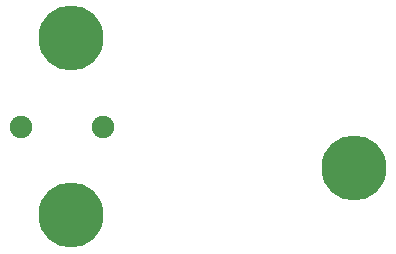
<source format=gbs>
G04*
G04 #@! TF.GenerationSoftware,Altium Limited,Altium Designer,21.9.1 (22)*
G04*
G04 Layer_Color=16711935*
%FSLAX25Y25*%
%MOIN*%
G70*
G04*
G04 #@! TF.SameCoordinates,F23F8E4B-2793-4E4E-BA0B-7ABB5D69BE03*
G04*
G04*
G04 #@! TF.FilePolarity,Negative*
G04*
G01*
G75*
%ADD44C,0.07493*%
%ADD45C,0.02200*%
%ADD46C,0.21666*%
D44*
X152559Y135827D02*
D03*
X125000D02*
D03*
D45*
X147545Y100486D02*
D03*
X149953Y106299D02*
D03*
X147545Y112112D02*
D03*
X141732Y114520D02*
D03*
D03*
X135919Y112112D02*
D03*
X133512Y106299D02*
D03*
X135919Y100486D02*
D03*
X141732Y98079D02*
D03*
X242033Y116234D02*
D03*
X244441Y122047D02*
D03*
X242033Y127860D02*
D03*
X236221Y130268D02*
D03*
D03*
X230408Y127860D02*
D03*
X228000Y122047D02*
D03*
X230408Y116234D02*
D03*
X236221Y113827D02*
D03*
X141732Y157134D02*
D03*
X135919Y159541D02*
D03*
X133512Y165354D02*
D03*
X135919Y171167D02*
D03*
X141732Y173575D02*
D03*
D03*
X147545Y171167D02*
D03*
X149953Y165354D02*
D03*
X147545Y159541D02*
D03*
D46*
X141732Y106299D02*
D03*
X236221Y122047D02*
D03*
X141732Y165354D02*
D03*
M02*

</source>
